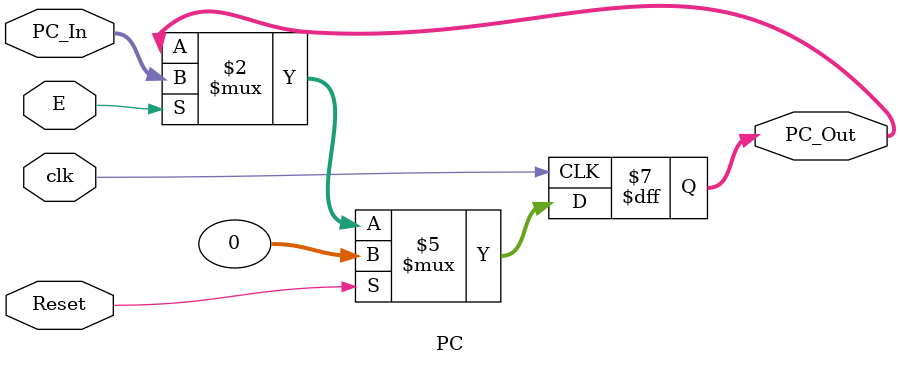
<source format=v>
module PC (
    output reg [31:0] PC_Out, 
    input [31:0] PC_In, 
    input E, Reset, clk 
    );

    always @ (posedge clk) begin
        if (Reset) PC_Out <= 32'b00000000000000000000000000000000;
        else if (E) PC_Out <= PC_In; 
    end
endmodule

</source>
